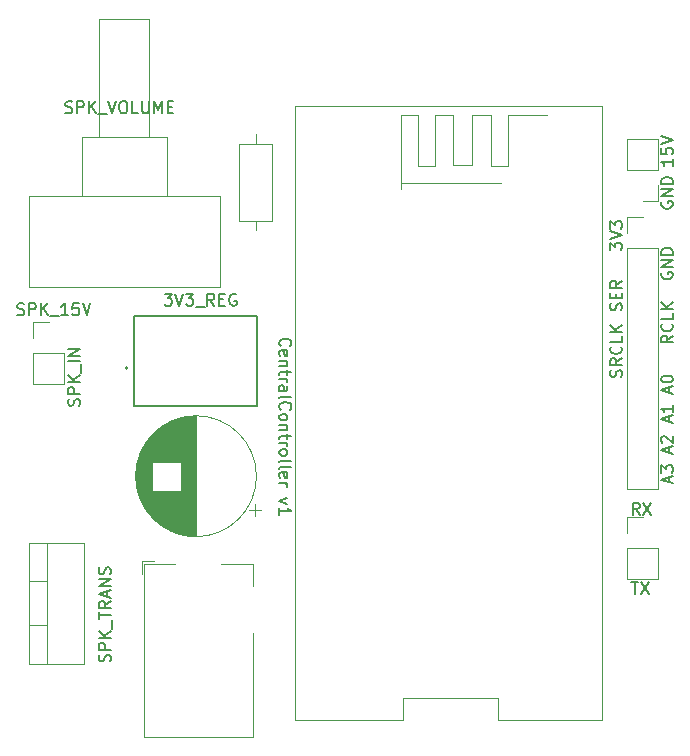
<source format=gbr>
%TF.GenerationSoftware,KiCad,Pcbnew,(5.1.6)-1*%
%TF.CreationDate,2020-11-01T08:40:04-08:00*%
%TF.ProjectId,CentralController,43656e74-7261-46c4-936f-6e74726f6c6c,rev?*%
%TF.SameCoordinates,Original*%
%TF.FileFunction,Legend,Top*%
%TF.FilePolarity,Positive*%
%FSLAX46Y46*%
G04 Gerber Fmt 4.6, Leading zero omitted, Abs format (unit mm)*
G04 Created by KiCad (PCBNEW (5.1.6)-1) date 2020-11-01 08:40:04*
%MOMM*%
%LPD*%
G01*
G04 APERTURE LIST*
%ADD10C,0.150000*%
%ADD11C,0.120000*%
%ADD12C,0.200000*%
G04 APERTURE END LIST*
D10*
X108042857Y-80666666D02*
X107995238Y-80619047D01*
X107947619Y-80476190D01*
X107947619Y-80380952D01*
X107995238Y-80238095D01*
X108090476Y-80142857D01*
X108185714Y-80095238D01*
X108376190Y-80047619D01*
X108519047Y-80047619D01*
X108709523Y-80095238D01*
X108804761Y-80142857D01*
X108900000Y-80238095D01*
X108947619Y-80380952D01*
X108947619Y-80476190D01*
X108900000Y-80619047D01*
X108852380Y-80666666D01*
X107995238Y-81476190D02*
X107947619Y-81380952D01*
X107947619Y-81190476D01*
X107995238Y-81095238D01*
X108090476Y-81047619D01*
X108471428Y-81047619D01*
X108566666Y-81095238D01*
X108614285Y-81190476D01*
X108614285Y-81380952D01*
X108566666Y-81476190D01*
X108471428Y-81523809D01*
X108376190Y-81523809D01*
X108280952Y-81047619D01*
X108614285Y-81952380D02*
X107947619Y-81952380D01*
X108519047Y-81952380D02*
X108566666Y-82000000D01*
X108614285Y-82095238D01*
X108614285Y-82238095D01*
X108566666Y-82333333D01*
X108471428Y-82380952D01*
X107947619Y-82380952D01*
X108614285Y-82714285D02*
X108614285Y-83095238D01*
X108947619Y-82857142D02*
X108090476Y-82857142D01*
X107995238Y-82904761D01*
X107947619Y-83000000D01*
X107947619Y-83095238D01*
X107947619Y-83428571D02*
X108614285Y-83428571D01*
X108423809Y-83428571D02*
X108519047Y-83476190D01*
X108566666Y-83523809D01*
X108614285Y-83619047D01*
X108614285Y-83714285D01*
X107947619Y-84476190D02*
X108471428Y-84476190D01*
X108566666Y-84428571D01*
X108614285Y-84333333D01*
X108614285Y-84142857D01*
X108566666Y-84047619D01*
X107995238Y-84476190D02*
X107947619Y-84380952D01*
X107947619Y-84142857D01*
X107995238Y-84047619D01*
X108090476Y-84000000D01*
X108185714Y-84000000D01*
X108280952Y-84047619D01*
X108328571Y-84142857D01*
X108328571Y-84380952D01*
X108376190Y-84476190D01*
X107947619Y-85095238D02*
X107995238Y-85000000D01*
X108090476Y-84952380D01*
X108947619Y-84952380D01*
X108042857Y-86047619D02*
X107995238Y-86000000D01*
X107947619Y-85857142D01*
X107947619Y-85761904D01*
X107995238Y-85619047D01*
X108090476Y-85523809D01*
X108185714Y-85476190D01*
X108376190Y-85428571D01*
X108519047Y-85428571D01*
X108709523Y-85476190D01*
X108804761Y-85523809D01*
X108900000Y-85619047D01*
X108947619Y-85761904D01*
X108947619Y-85857142D01*
X108900000Y-86000000D01*
X108852380Y-86047619D01*
X107947619Y-86619047D02*
X107995238Y-86523809D01*
X108042857Y-86476190D01*
X108138095Y-86428571D01*
X108423809Y-86428571D01*
X108519047Y-86476190D01*
X108566666Y-86523809D01*
X108614285Y-86619047D01*
X108614285Y-86761904D01*
X108566666Y-86857142D01*
X108519047Y-86904761D01*
X108423809Y-86952380D01*
X108138095Y-86952380D01*
X108042857Y-86904761D01*
X107995238Y-86857142D01*
X107947619Y-86761904D01*
X107947619Y-86619047D01*
X108614285Y-87380952D02*
X107947619Y-87380952D01*
X108519047Y-87380952D02*
X108566666Y-87428571D01*
X108614285Y-87523809D01*
X108614285Y-87666666D01*
X108566666Y-87761904D01*
X108471428Y-87809523D01*
X107947619Y-87809523D01*
X108614285Y-88142857D02*
X108614285Y-88523809D01*
X108947619Y-88285714D02*
X108090476Y-88285714D01*
X107995238Y-88333333D01*
X107947619Y-88428571D01*
X107947619Y-88523809D01*
X107947619Y-88857142D02*
X108614285Y-88857142D01*
X108423809Y-88857142D02*
X108519047Y-88904761D01*
X108566666Y-88952380D01*
X108614285Y-89047619D01*
X108614285Y-89142857D01*
X107947619Y-89619047D02*
X107995238Y-89523809D01*
X108042857Y-89476190D01*
X108138095Y-89428571D01*
X108423809Y-89428571D01*
X108519047Y-89476190D01*
X108566666Y-89523809D01*
X108614285Y-89619047D01*
X108614285Y-89761904D01*
X108566666Y-89857142D01*
X108519047Y-89904761D01*
X108423809Y-89952380D01*
X108138095Y-89952380D01*
X108042857Y-89904761D01*
X107995238Y-89857142D01*
X107947619Y-89761904D01*
X107947619Y-89619047D01*
X107947619Y-90523809D02*
X107995238Y-90428571D01*
X108090476Y-90380952D01*
X108947619Y-90380952D01*
X107947619Y-91047619D02*
X107995238Y-90952380D01*
X108090476Y-90904761D01*
X108947619Y-90904761D01*
X107995238Y-91809523D02*
X107947619Y-91714285D01*
X107947619Y-91523809D01*
X107995238Y-91428571D01*
X108090476Y-91380952D01*
X108471428Y-91380952D01*
X108566666Y-91428571D01*
X108614285Y-91523809D01*
X108614285Y-91714285D01*
X108566666Y-91809523D01*
X108471428Y-91857142D01*
X108376190Y-91857142D01*
X108280952Y-91380952D01*
X107947619Y-92285714D02*
X108614285Y-92285714D01*
X108423809Y-92285714D02*
X108519047Y-92333333D01*
X108566666Y-92380952D01*
X108614285Y-92476190D01*
X108614285Y-92571428D01*
X108614285Y-93571428D02*
X107947619Y-93809523D01*
X108614285Y-94047619D01*
X107947619Y-94952380D02*
X107947619Y-94380952D01*
X107947619Y-94666666D02*
X108947619Y-94666666D01*
X108804761Y-94571428D01*
X108709523Y-94476190D01*
X108661904Y-94380952D01*
X89828571Y-60904761D02*
X89971428Y-60952380D01*
X90209523Y-60952380D01*
X90304761Y-60904761D01*
X90352380Y-60857142D01*
X90400000Y-60761904D01*
X90400000Y-60666666D01*
X90352380Y-60571428D01*
X90304761Y-60523809D01*
X90209523Y-60476190D01*
X90019047Y-60428571D01*
X89923809Y-60380952D01*
X89876190Y-60333333D01*
X89828571Y-60238095D01*
X89828571Y-60142857D01*
X89876190Y-60047619D01*
X89923809Y-60000000D01*
X90019047Y-59952380D01*
X90257142Y-59952380D01*
X90400000Y-60000000D01*
X90828571Y-60952380D02*
X90828571Y-59952380D01*
X91209523Y-59952380D01*
X91304761Y-60000000D01*
X91352380Y-60047619D01*
X91400000Y-60142857D01*
X91400000Y-60285714D01*
X91352380Y-60380952D01*
X91304761Y-60428571D01*
X91209523Y-60476190D01*
X90828571Y-60476190D01*
X91828571Y-60952380D02*
X91828571Y-59952380D01*
X92400000Y-60952380D02*
X91971428Y-60380952D01*
X92400000Y-59952380D02*
X91828571Y-60523809D01*
X92590476Y-61047619D02*
X93352380Y-61047619D01*
X93447619Y-59952380D02*
X93780952Y-60952380D01*
X94114285Y-59952380D01*
X94638095Y-59952380D02*
X94828571Y-59952380D01*
X94923809Y-60000000D01*
X95019047Y-60095238D01*
X95066666Y-60285714D01*
X95066666Y-60619047D01*
X95019047Y-60809523D01*
X94923809Y-60904761D01*
X94828571Y-60952380D01*
X94638095Y-60952380D01*
X94542857Y-60904761D01*
X94447619Y-60809523D01*
X94400000Y-60619047D01*
X94400000Y-60285714D01*
X94447619Y-60095238D01*
X94542857Y-60000000D01*
X94638095Y-59952380D01*
X95971428Y-60952380D02*
X95495238Y-60952380D01*
X95495238Y-59952380D01*
X96304761Y-59952380D02*
X96304761Y-60761904D01*
X96352380Y-60857142D01*
X96400000Y-60904761D01*
X96495238Y-60952380D01*
X96685714Y-60952380D01*
X96780952Y-60904761D01*
X96828571Y-60857142D01*
X96876190Y-60761904D01*
X96876190Y-59952380D01*
X97352380Y-60952380D02*
X97352380Y-59952380D01*
X97685714Y-60666666D01*
X98019047Y-59952380D01*
X98019047Y-60952380D01*
X98495238Y-60428571D02*
X98828571Y-60428571D01*
X98971428Y-60952380D02*
X98495238Y-60952380D01*
X98495238Y-59952380D01*
X98971428Y-59952380D01*
X93604761Y-107376190D02*
X93652380Y-107233333D01*
X93652380Y-106995238D01*
X93604761Y-106900000D01*
X93557142Y-106852380D01*
X93461904Y-106804761D01*
X93366666Y-106804761D01*
X93271428Y-106852380D01*
X93223809Y-106900000D01*
X93176190Y-106995238D01*
X93128571Y-107185714D01*
X93080952Y-107280952D01*
X93033333Y-107328571D01*
X92938095Y-107376190D01*
X92842857Y-107376190D01*
X92747619Y-107328571D01*
X92700000Y-107280952D01*
X92652380Y-107185714D01*
X92652380Y-106947619D01*
X92700000Y-106804761D01*
X93652380Y-106376190D02*
X92652380Y-106376190D01*
X92652380Y-105995238D01*
X92700000Y-105900000D01*
X92747619Y-105852380D01*
X92842857Y-105804761D01*
X92985714Y-105804761D01*
X93080952Y-105852380D01*
X93128571Y-105900000D01*
X93176190Y-105995238D01*
X93176190Y-106376190D01*
X93652380Y-105376190D02*
X92652380Y-105376190D01*
X93652380Y-104804761D02*
X93080952Y-105233333D01*
X92652380Y-104804761D02*
X93223809Y-105376190D01*
X93747619Y-104614285D02*
X93747619Y-103852380D01*
X92652380Y-103757142D02*
X92652380Y-103185714D01*
X93652380Y-103471428D02*
X92652380Y-103471428D01*
X93652380Y-102280952D02*
X93176190Y-102614285D01*
X93652380Y-102852380D02*
X92652380Y-102852380D01*
X92652380Y-102471428D01*
X92700000Y-102376190D01*
X92747619Y-102328571D01*
X92842857Y-102280952D01*
X92985714Y-102280952D01*
X93080952Y-102328571D01*
X93128571Y-102376190D01*
X93176190Y-102471428D01*
X93176190Y-102852380D01*
X93366666Y-101900000D02*
X93366666Y-101423809D01*
X93652380Y-101995238D02*
X92652380Y-101661904D01*
X93652380Y-101328571D01*
X93652380Y-100995238D02*
X92652380Y-100995238D01*
X93652380Y-100423809D01*
X92652380Y-100423809D01*
X93604761Y-99995238D02*
X93652380Y-99852380D01*
X93652380Y-99614285D01*
X93604761Y-99519047D01*
X93557142Y-99471428D01*
X93461904Y-99423809D01*
X93366666Y-99423809D01*
X93271428Y-99471428D01*
X93223809Y-99519047D01*
X93176190Y-99614285D01*
X93128571Y-99804761D01*
X93080952Y-99900000D01*
X93033333Y-99947619D01*
X92938095Y-99995238D01*
X92842857Y-99995238D01*
X92747619Y-99947619D01*
X92700000Y-99900000D01*
X92652380Y-99804761D01*
X92652380Y-99566666D01*
X92700000Y-99423809D01*
X91004761Y-85728571D02*
X91052380Y-85585714D01*
X91052380Y-85347619D01*
X91004761Y-85252380D01*
X90957142Y-85204761D01*
X90861904Y-85157142D01*
X90766666Y-85157142D01*
X90671428Y-85204761D01*
X90623809Y-85252380D01*
X90576190Y-85347619D01*
X90528571Y-85538095D01*
X90480952Y-85633333D01*
X90433333Y-85680952D01*
X90338095Y-85728571D01*
X90242857Y-85728571D01*
X90147619Y-85680952D01*
X90100000Y-85633333D01*
X90052380Y-85538095D01*
X90052380Y-85300000D01*
X90100000Y-85157142D01*
X91052380Y-84728571D02*
X90052380Y-84728571D01*
X90052380Y-84347619D01*
X90100000Y-84252380D01*
X90147619Y-84204761D01*
X90242857Y-84157142D01*
X90385714Y-84157142D01*
X90480952Y-84204761D01*
X90528571Y-84252380D01*
X90576190Y-84347619D01*
X90576190Y-84728571D01*
X91052380Y-83728571D02*
X90052380Y-83728571D01*
X91052380Y-83157142D02*
X90480952Y-83585714D01*
X90052380Y-83157142D02*
X90623809Y-83728571D01*
X91147619Y-82966666D02*
X91147619Y-82204761D01*
X91052380Y-81966666D02*
X90052380Y-81966666D01*
X91052380Y-81490476D02*
X90052380Y-81490476D01*
X91052380Y-80919047D01*
X90052380Y-80919047D01*
X85752380Y-78004761D02*
X85895238Y-78052380D01*
X86133333Y-78052380D01*
X86228571Y-78004761D01*
X86276190Y-77957142D01*
X86323809Y-77861904D01*
X86323809Y-77766666D01*
X86276190Y-77671428D01*
X86228571Y-77623809D01*
X86133333Y-77576190D01*
X85942857Y-77528571D01*
X85847619Y-77480952D01*
X85800000Y-77433333D01*
X85752380Y-77338095D01*
X85752380Y-77242857D01*
X85800000Y-77147619D01*
X85847619Y-77100000D01*
X85942857Y-77052380D01*
X86180952Y-77052380D01*
X86323809Y-77100000D01*
X86752380Y-78052380D02*
X86752380Y-77052380D01*
X87133333Y-77052380D01*
X87228571Y-77100000D01*
X87276190Y-77147619D01*
X87323809Y-77242857D01*
X87323809Y-77385714D01*
X87276190Y-77480952D01*
X87228571Y-77528571D01*
X87133333Y-77576190D01*
X86752380Y-77576190D01*
X87752380Y-78052380D02*
X87752380Y-77052380D01*
X88323809Y-78052380D02*
X87895238Y-77480952D01*
X88323809Y-77052380D02*
X87752380Y-77623809D01*
X88514285Y-78147619D02*
X89276190Y-78147619D01*
X90038095Y-78052380D02*
X89466666Y-78052380D01*
X89752380Y-78052380D02*
X89752380Y-77052380D01*
X89657142Y-77195238D01*
X89561904Y-77290476D01*
X89466666Y-77338095D01*
X90942857Y-77052380D02*
X90466666Y-77052380D01*
X90419047Y-77528571D01*
X90466666Y-77480952D01*
X90561904Y-77433333D01*
X90800000Y-77433333D01*
X90895238Y-77480952D01*
X90942857Y-77528571D01*
X90990476Y-77623809D01*
X90990476Y-77861904D01*
X90942857Y-77957142D01*
X90895238Y-78004761D01*
X90800000Y-78052380D01*
X90561904Y-78052380D01*
X90466666Y-78004761D01*
X90419047Y-77957142D01*
X91276190Y-77052380D02*
X91609523Y-78052380D01*
X91942857Y-77052380D01*
X98228571Y-76252380D02*
X98847619Y-76252380D01*
X98514285Y-76633333D01*
X98657142Y-76633333D01*
X98752380Y-76680952D01*
X98800000Y-76728571D01*
X98847619Y-76823809D01*
X98847619Y-77061904D01*
X98800000Y-77157142D01*
X98752380Y-77204761D01*
X98657142Y-77252380D01*
X98371428Y-77252380D01*
X98276190Y-77204761D01*
X98228571Y-77157142D01*
X99133333Y-76252380D02*
X99466666Y-77252380D01*
X99800000Y-76252380D01*
X100038095Y-76252380D02*
X100657142Y-76252380D01*
X100323809Y-76633333D01*
X100466666Y-76633333D01*
X100561904Y-76680952D01*
X100609523Y-76728571D01*
X100657142Y-76823809D01*
X100657142Y-77061904D01*
X100609523Y-77157142D01*
X100561904Y-77204761D01*
X100466666Y-77252380D01*
X100180952Y-77252380D01*
X100085714Y-77204761D01*
X100038095Y-77157142D01*
X100847619Y-77347619D02*
X101609523Y-77347619D01*
X102419047Y-77252380D02*
X102085714Y-76776190D01*
X101847619Y-77252380D02*
X101847619Y-76252380D01*
X102228571Y-76252380D01*
X102323809Y-76300000D01*
X102371428Y-76347619D01*
X102419047Y-76442857D01*
X102419047Y-76585714D01*
X102371428Y-76680952D01*
X102323809Y-76728571D01*
X102228571Y-76776190D01*
X101847619Y-76776190D01*
X102847619Y-76728571D02*
X103180952Y-76728571D01*
X103323809Y-77252380D02*
X102847619Y-77252380D01*
X102847619Y-76252380D01*
X103323809Y-76252380D01*
X104276190Y-76300000D02*
X104180952Y-76252380D01*
X104038095Y-76252380D01*
X103895238Y-76300000D01*
X103800000Y-76395238D01*
X103752380Y-76490476D01*
X103704761Y-76680952D01*
X103704761Y-76823809D01*
X103752380Y-77014285D01*
X103800000Y-77109523D01*
X103895238Y-77204761D01*
X104038095Y-77252380D01*
X104133333Y-77252380D01*
X104276190Y-77204761D01*
X104323809Y-77157142D01*
X104323809Y-76823809D01*
X104133333Y-76823809D01*
X140300000Y-68461904D02*
X140252380Y-68557142D01*
X140252380Y-68700000D01*
X140300000Y-68842857D01*
X140395238Y-68938095D01*
X140490476Y-68985714D01*
X140680952Y-69033333D01*
X140823809Y-69033333D01*
X141014285Y-68985714D01*
X141109523Y-68938095D01*
X141204761Y-68842857D01*
X141252380Y-68700000D01*
X141252380Y-68604761D01*
X141204761Y-68461904D01*
X141157142Y-68414285D01*
X140823809Y-68414285D01*
X140823809Y-68604761D01*
X141252380Y-67985714D02*
X140252380Y-67985714D01*
X141252380Y-67414285D01*
X140252380Y-67414285D01*
X141252380Y-66938095D02*
X140252380Y-66938095D01*
X140252380Y-66700000D01*
X140300000Y-66557142D01*
X140395238Y-66461904D01*
X140490476Y-66414285D01*
X140680952Y-66366666D01*
X140823809Y-66366666D01*
X141014285Y-66414285D01*
X141109523Y-66461904D01*
X141204761Y-66557142D01*
X141252380Y-66700000D01*
X141252380Y-66938095D01*
X141252380Y-64819047D02*
X141252380Y-65390476D01*
X141252380Y-65104761D02*
X140252380Y-65104761D01*
X140395238Y-65200000D01*
X140490476Y-65295238D01*
X140538095Y-65390476D01*
X140252380Y-63914285D02*
X140252380Y-64390476D01*
X140728571Y-64438095D01*
X140680952Y-64390476D01*
X140633333Y-64295238D01*
X140633333Y-64057142D01*
X140680952Y-63961904D01*
X140728571Y-63914285D01*
X140823809Y-63866666D01*
X141061904Y-63866666D01*
X141157142Y-63914285D01*
X141204761Y-63961904D01*
X141252380Y-64057142D01*
X141252380Y-64295238D01*
X141204761Y-64390476D01*
X141157142Y-64438095D01*
X140252380Y-63580952D02*
X141252380Y-63247619D01*
X140252380Y-62914285D01*
X135952380Y-72538095D02*
X135952380Y-71919047D01*
X136333333Y-72252380D01*
X136333333Y-72109523D01*
X136380952Y-72014285D01*
X136428571Y-71966666D01*
X136523809Y-71919047D01*
X136761904Y-71919047D01*
X136857142Y-71966666D01*
X136904761Y-72014285D01*
X136952380Y-72109523D01*
X136952380Y-72395238D01*
X136904761Y-72490476D01*
X136857142Y-72538095D01*
X135952380Y-71633333D02*
X136952380Y-71300000D01*
X135952380Y-70966666D01*
X135952380Y-70728571D02*
X135952380Y-70109523D01*
X136333333Y-70442857D01*
X136333333Y-70300000D01*
X136380952Y-70204761D01*
X136428571Y-70157142D01*
X136523809Y-70109523D01*
X136761904Y-70109523D01*
X136857142Y-70157142D01*
X136904761Y-70204761D01*
X136952380Y-70300000D01*
X136952380Y-70585714D01*
X136904761Y-70680952D01*
X136857142Y-70728571D01*
X140300000Y-74461904D02*
X140252380Y-74557142D01*
X140252380Y-74700000D01*
X140300000Y-74842857D01*
X140395238Y-74938095D01*
X140490476Y-74985714D01*
X140680952Y-75033333D01*
X140823809Y-75033333D01*
X141014285Y-74985714D01*
X141109523Y-74938095D01*
X141204761Y-74842857D01*
X141252380Y-74700000D01*
X141252380Y-74604761D01*
X141204761Y-74461904D01*
X141157142Y-74414285D01*
X140823809Y-74414285D01*
X140823809Y-74604761D01*
X141252380Y-73985714D02*
X140252380Y-73985714D01*
X141252380Y-73414285D01*
X140252380Y-73414285D01*
X141252380Y-72938095D02*
X140252380Y-72938095D01*
X140252380Y-72700000D01*
X140300000Y-72557142D01*
X140395238Y-72461904D01*
X140490476Y-72414285D01*
X140680952Y-72366666D01*
X140823809Y-72366666D01*
X141014285Y-72414285D01*
X141109523Y-72461904D01*
X141204761Y-72557142D01*
X141252380Y-72700000D01*
X141252380Y-72938095D01*
X136904761Y-77638095D02*
X136952380Y-77495238D01*
X136952380Y-77257142D01*
X136904761Y-77161904D01*
X136857142Y-77114285D01*
X136761904Y-77066666D01*
X136666666Y-77066666D01*
X136571428Y-77114285D01*
X136523809Y-77161904D01*
X136476190Y-77257142D01*
X136428571Y-77447619D01*
X136380952Y-77542857D01*
X136333333Y-77590476D01*
X136238095Y-77638095D01*
X136142857Y-77638095D01*
X136047619Y-77590476D01*
X136000000Y-77542857D01*
X135952380Y-77447619D01*
X135952380Y-77209523D01*
X136000000Y-77066666D01*
X136428571Y-76638095D02*
X136428571Y-76304761D01*
X136952380Y-76161904D02*
X136952380Y-76638095D01*
X135952380Y-76638095D01*
X135952380Y-76161904D01*
X136952380Y-75161904D02*
X136476190Y-75495238D01*
X136952380Y-75733333D02*
X135952380Y-75733333D01*
X135952380Y-75352380D01*
X136000000Y-75257142D01*
X136047619Y-75209523D01*
X136142857Y-75161904D01*
X136285714Y-75161904D01*
X136380952Y-75209523D01*
X136428571Y-75257142D01*
X136476190Y-75352380D01*
X136476190Y-75733333D01*
X141252380Y-79795238D02*
X140776190Y-80128571D01*
X141252380Y-80366666D02*
X140252380Y-80366666D01*
X140252380Y-79985714D01*
X140300000Y-79890476D01*
X140347619Y-79842857D01*
X140442857Y-79795238D01*
X140585714Y-79795238D01*
X140680952Y-79842857D01*
X140728571Y-79890476D01*
X140776190Y-79985714D01*
X140776190Y-80366666D01*
X141157142Y-78795238D02*
X141204761Y-78842857D01*
X141252380Y-78985714D01*
X141252380Y-79080952D01*
X141204761Y-79223809D01*
X141109523Y-79319047D01*
X141014285Y-79366666D01*
X140823809Y-79414285D01*
X140680952Y-79414285D01*
X140490476Y-79366666D01*
X140395238Y-79319047D01*
X140300000Y-79223809D01*
X140252380Y-79080952D01*
X140252380Y-78985714D01*
X140300000Y-78842857D01*
X140347619Y-78795238D01*
X141252380Y-77890476D02*
X141252380Y-78366666D01*
X140252380Y-78366666D01*
X141252380Y-77557142D02*
X140252380Y-77557142D01*
X141252380Y-76985714D02*
X140680952Y-77414285D01*
X140252380Y-76985714D02*
X140823809Y-77557142D01*
X136904761Y-83290476D02*
X136952380Y-83147619D01*
X136952380Y-82909523D01*
X136904761Y-82814285D01*
X136857142Y-82766666D01*
X136761904Y-82719047D01*
X136666666Y-82719047D01*
X136571428Y-82766666D01*
X136523809Y-82814285D01*
X136476190Y-82909523D01*
X136428571Y-83100000D01*
X136380952Y-83195238D01*
X136333333Y-83242857D01*
X136238095Y-83290476D01*
X136142857Y-83290476D01*
X136047619Y-83242857D01*
X136000000Y-83195238D01*
X135952380Y-83100000D01*
X135952380Y-82861904D01*
X136000000Y-82719047D01*
X136952380Y-81719047D02*
X136476190Y-82052380D01*
X136952380Y-82290476D02*
X135952380Y-82290476D01*
X135952380Y-81909523D01*
X136000000Y-81814285D01*
X136047619Y-81766666D01*
X136142857Y-81719047D01*
X136285714Y-81719047D01*
X136380952Y-81766666D01*
X136428571Y-81814285D01*
X136476190Y-81909523D01*
X136476190Y-82290476D01*
X136857142Y-80719047D02*
X136904761Y-80766666D01*
X136952380Y-80909523D01*
X136952380Y-81004761D01*
X136904761Y-81147619D01*
X136809523Y-81242857D01*
X136714285Y-81290476D01*
X136523809Y-81338095D01*
X136380952Y-81338095D01*
X136190476Y-81290476D01*
X136095238Y-81242857D01*
X136000000Y-81147619D01*
X135952380Y-81004761D01*
X135952380Y-80909523D01*
X136000000Y-80766666D01*
X136047619Y-80719047D01*
X136952380Y-79814285D02*
X136952380Y-80290476D01*
X135952380Y-80290476D01*
X136952380Y-79480952D02*
X135952380Y-79480952D01*
X136952380Y-78909523D02*
X136380952Y-79338095D01*
X135952380Y-78909523D02*
X136523809Y-79480952D01*
X140966666Y-92214285D02*
X140966666Y-91738095D01*
X141252380Y-92309523D02*
X140252380Y-91976190D01*
X141252380Y-91642857D01*
X140252380Y-91404761D02*
X140252380Y-90785714D01*
X140633333Y-91119047D01*
X140633333Y-90976190D01*
X140680952Y-90880952D01*
X140728571Y-90833333D01*
X140823809Y-90785714D01*
X141061904Y-90785714D01*
X141157142Y-90833333D01*
X141204761Y-90880952D01*
X141252380Y-90976190D01*
X141252380Y-91261904D01*
X141204761Y-91357142D01*
X141157142Y-91404761D01*
X140966666Y-89714285D02*
X140966666Y-89238095D01*
X141252380Y-89809523D02*
X140252380Y-89476190D01*
X141252380Y-89142857D01*
X140347619Y-88857142D02*
X140300000Y-88809523D01*
X140252380Y-88714285D01*
X140252380Y-88476190D01*
X140300000Y-88380952D01*
X140347619Y-88333333D01*
X140442857Y-88285714D01*
X140538095Y-88285714D01*
X140680952Y-88333333D01*
X141252380Y-88904761D01*
X141252380Y-88285714D01*
X140966666Y-87114285D02*
X140966666Y-86638095D01*
X141252380Y-87209523D02*
X140252380Y-86876190D01*
X141252380Y-86542857D01*
X141252380Y-85685714D02*
X141252380Y-86257142D01*
X141252380Y-85971428D02*
X140252380Y-85971428D01*
X140395238Y-86066666D01*
X140490476Y-86161904D01*
X140538095Y-86257142D01*
X140966666Y-84614285D02*
X140966666Y-84138095D01*
X141252380Y-84709523D02*
X140252380Y-84376190D01*
X141252380Y-84042857D01*
X140252380Y-83519047D02*
X140252380Y-83423809D01*
X140300000Y-83328571D01*
X140347619Y-83280952D01*
X140442857Y-83233333D01*
X140633333Y-83185714D01*
X140871428Y-83185714D01*
X141061904Y-83233333D01*
X141157142Y-83280952D01*
X141204761Y-83328571D01*
X141252380Y-83423809D01*
X141252380Y-83519047D01*
X141204761Y-83614285D01*
X141157142Y-83661904D01*
X141061904Y-83709523D01*
X140871428Y-83757142D01*
X140633333Y-83757142D01*
X140442857Y-83709523D01*
X140347619Y-83661904D01*
X140300000Y-83614285D01*
X140252380Y-83519047D01*
X138433333Y-94952380D02*
X138100000Y-94476190D01*
X137861904Y-94952380D02*
X137861904Y-93952380D01*
X138242857Y-93952380D01*
X138338095Y-94000000D01*
X138385714Y-94047619D01*
X138433333Y-94142857D01*
X138433333Y-94285714D01*
X138385714Y-94380952D01*
X138338095Y-94428571D01*
X138242857Y-94476190D01*
X137861904Y-94476190D01*
X138766666Y-93952380D02*
X139433333Y-94952380D01*
X139433333Y-93952380D02*
X138766666Y-94952380D01*
X137738095Y-100652380D02*
X138309523Y-100652380D01*
X138023809Y-101652380D02*
X138023809Y-100652380D01*
X138547619Y-100652380D02*
X139214285Y-101652380D01*
X139214285Y-100652380D02*
X138547619Y-101652380D01*
D11*
%TO.C,C1*%
X105857646Y-95069000D02*
X105857646Y-94069000D01*
X106357646Y-94569000D02*
X105357646Y-94569000D01*
X95797000Y-92293000D02*
X95797000Y-91095000D01*
X95837000Y-92556000D02*
X95837000Y-90832000D01*
X95877000Y-92756000D02*
X95877000Y-90632000D01*
X95917000Y-92924000D02*
X95917000Y-90464000D01*
X95957000Y-93072000D02*
X95957000Y-90316000D01*
X95997000Y-93204000D02*
X95997000Y-90184000D01*
X96037000Y-93324000D02*
X96037000Y-90064000D01*
X96077000Y-93436000D02*
X96077000Y-89952000D01*
X96117000Y-93540000D02*
X96117000Y-89848000D01*
X96157000Y-93638000D02*
X96157000Y-89750000D01*
X96197000Y-93731000D02*
X96197000Y-89657000D01*
X96237000Y-93819000D02*
X96237000Y-89569000D01*
X96277000Y-93903000D02*
X96277000Y-89485000D01*
X96317000Y-93983000D02*
X96317000Y-89405000D01*
X96357000Y-94059000D02*
X96357000Y-89329000D01*
X96397000Y-94133000D02*
X96397000Y-89255000D01*
X96437000Y-94204000D02*
X96437000Y-89184000D01*
X96477000Y-94273000D02*
X96477000Y-89115000D01*
X96517000Y-94339000D02*
X96517000Y-89049000D01*
X96557000Y-94403000D02*
X96557000Y-88985000D01*
X96597000Y-94464000D02*
X96597000Y-88924000D01*
X96637000Y-94524000D02*
X96637000Y-88864000D01*
X96677000Y-94583000D02*
X96677000Y-88805000D01*
X96717000Y-94639000D02*
X96717000Y-88749000D01*
X96757000Y-94694000D02*
X96757000Y-88694000D01*
X96797000Y-94748000D02*
X96797000Y-88640000D01*
X96837000Y-94800000D02*
X96837000Y-88588000D01*
X96877000Y-94850000D02*
X96877000Y-88538000D01*
X96917000Y-94900000D02*
X96917000Y-88488000D01*
X96957000Y-94948000D02*
X96957000Y-88440000D01*
X96997000Y-94995000D02*
X96997000Y-88393000D01*
X97037000Y-95041000D02*
X97037000Y-88347000D01*
X97077000Y-95086000D02*
X97077000Y-88302000D01*
X97117000Y-95130000D02*
X97117000Y-88258000D01*
X97157000Y-90453000D02*
X97157000Y-88216000D01*
X97157000Y-95172000D02*
X97157000Y-92935000D01*
X97197000Y-90453000D02*
X97197000Y-88174000D01*
X97197000Y-95214000D02*
X97197000Y-92935000D01*
X97237000Y-90453000D02*
X97237000Y-88133000D01*
X97237000Y-95255000D02*
X97237000Y-92935000D01*
X97277000Y-90453000D02*
X97277000Y-88093000D01*
X97277000Y-95295000D02*
X97277000Y-92935000D01*
X97317000Y-90453000D02*
X97317000Y-88054000D01*
X97317000Y-95334000D02*
X97317000Y-92935000D01*
X97357000Y-90453000D02*
X97357000Y-88015000D01*
X97357000Y-95373000D02*
X97357000Y-92935000D01*
X97397000Y-90453000D02*
X97397000Y-87978000D01*
X97397000Y-95410000D02*
X97397000Y-92935000D01*
X97437000Y-90453000D02*
X97437000Y-87941000D01*
X97437000Y-95447000D02*
X97437000Y-92935000D01*
X97477000Y-90453000D02*
X97477000Y-87905000D01*
X97477000Y-95483000D02*
X97477000Y-92935000D01*
X97517000Y-90453000D02*
X97517000Y-87870000D01*
X97517000Y-95518000D02*
X97517000Y-92935000D01*
X97557000Y-90453000D02*
X97557000Y-87836000D01*
X97557000Y-95552000D02*
X97557000Y-92935000D01*
X97597000Y-90453000D02*
X97597000Y-87802000D01*
X97597000Y-95586000D02*
X97597000Y-92935000D01*
X97637000Y-90453000D02*
X97637000Y-87769000D01*
X97637000Y-95619000D02*
X97637000Y-92935000D01*
X97677000Y-90453000D02*
X97677000Y-87737000D01*
X97677000Y-95651000D02*
X97677000Y-92935000D01*
X97717000Y-90453000D02*
X97717000Y-87705000D01*
X97717000Y-95683000D02*
X97717000Y-92935000D01*
X97757000Y-90453000D02*
X97757000Y-87674000D01*
X97757000Y-95714000D02*
X97757000Y-92935000D01*
X97797000Y-90453000D02*
X97797000Y-87644000D01*
X97797000Y-95744000D02*
X97797000Y-92935000D01*
X97837000Y-90453000D02*
X97837000Y-87614000D01*
X97837000Y-95774000D02*
X97837000Y-92935000D01*
X97877000Y-90453000D02*
X97877000Y-87584000D01*
X97877000Y-95804000D02*
X97877000Y-92935000D01*
X97917000Y-90453000D02*
X97917000Y-87556000D01*
X97917000Y-95832000D02*
X97917000Y-92935000D01*
X97957000Y-90453000D02*
X97957000Y-87528000D01*
X97957000Y-95860000D02*
X97957000Y-92935000D01*
X97997000Y-90453000D02*
X97997000Y-87500000D01*
X97997000Y-95888000D02*
X97997000Y-92935000D01*
X98037000Y-90453000D02*
X98037000Y-87473000D01*
X98037000Y-95915000D02*
X98037000Y-92935000D01*
X98077000Y-90453000D02*
X98077000Y-87447000D01*
X98077000Y-95941000D02*
X98077000Y-92935000D01*
X98117000Y-90453000D02*
X98117000Y-87421000D01*
X98117000Y-95967000D02*
X98117000Y-92935000D01*
X98157000Y-90453000D02*
X98157000Y-87396000D01*
X98157000Y-95992000D02*
X98157000Y-92935000D01*
X98197000Y-90453000D02*
X98197000Y-87371000D01*
X98197000Y-96017000D02*
X98197000Y-92935000D01*
X98237000Y-90453000D02*
X98237000Y-87347000D01*
X98237000Y-96041000D02*
X98237000Y-92935000D01*
X98277000Y-90453000D02*
X98277000Y-87323000D01*
X98277000Y-96065000D02*
X98277000Y-92935000D01*
X98317000Y-90453000D02*
X98317000Y-87299000D01*
X98317000Y-96089000D02*
X98317000Y-92935000D01*
X98357000Y-90453000D02*
X98357000Y-87277000D01*
X98357000Y-96111000D02*
X98357000Y-92935000D01*
X98397000Y-90453000D02*
X98397000Y-87254000D01*
X98397000Y-96134000D02*
X98397000Y-92935000D01*
X98437000Y-90453000D02*
X98437000Y-87232000D01*
X98437000Y-96156000D02*
X98437000Y-92935000D01*
X98477000Y-90453000D02*
X98477000Y-87211000D01*
X98477000Y-96177000D02*
X98477000Y-92935000D01*
X98517000Y-90453000D02*
X98517000Y-87190000D01*
X98517000Y-96198000D02*
X98517000Y-92935000D01*
X98557000Y-90453000D02*
X98557000Y-87169000D01*
X98557000Y-96219000D02*
X98557000Y-92935000D01*
X98597000Y-90453000D02*
X98597000Y-87149000D01*
X98597000Y-96239000D02*
X98597000Y-92935000D01*
X98637000Y-90453000D02*
X98637000Y-87130000D01*
X98637000Y-96258000D02*
X98637000Y-92935000D01*
X98677000Y-90453000D02*
X98677000Y-87110000D01*
X98677000Y-96278000D02*
X98677000Y-92935000D01*
X98717000Y-90453000D02*
X98717000Y-87091000D01*
X98717000Y-96297000D02*
X98717000Y-92935000D01*
X98757000Y-90453000D02*
X98757000Y-87073000D01*
X98757000Y-96315000D02*
X98757000Y-92935000D01*
X98797000Y-90453000D02*
X98797000Y-87055000D01*
X98797000Y-96333000D02*
X98797000Y-92935000D01*
X98837000Y-90453000D02*
X98837000Y-87037000D01*
X98837000Y-96351000D02*
X98837000Y-92935000D01*
X98877000Y-90453000D02*
X98877000Y-87020000D01*
X98877000Y-96368000D02*
X98877000Y-92935000D01*
X98917000Y-90453000D02*
X98917000Y-87004000D01*
X98917000Y-96384000D02*
X98917000Y-92935000D01*
X98957000Y-90453000D02*
X98957000Y-86987000D01*
X98957000Y-96401000D02*
X98957000Y-92935000D01*
X98997000Y-90453000D02*
X98997000Y-86971000D01*
X98997000Y-96417000D02*
X98997000Y-92935000D01*
X99037000Y-90453000D02*
X99037000Y-86956000D01*
X99037000Y-96432000D02*
X99037000Y-92935000D01*
X99077000Y-90453000D02*
X99077000Y-86940000D01*
X99077000Y-96448000D02*
X99077000Y-92935000D01*
X99117000Y-90453000D02*
X99117000Y-86926000D01*
X99117000Y-96462000D02*
X99117000Y-92935000D01*
X99157000Y-90453000D02*
X99157000Y-86911000D01*
X99157000Y-96477000D02*
X99157000Y-92935000D01*
X99197000Y-90453000D02*
X99197000Y-86897000D01*
X99197000Y-96491000D02*
X99197000Y-92935000D01*
X99237000Y-90453000D02*
X99237000Y-86883000D01*
X99237000Y-96505000D02*
X99237000Y-92935000D01*
X99277000Y-90453000D02*
X99277000Y-86870000D01*
X99277000Y-96518000D02*
X99277000Y-92935000D01*
X99317000Y-90453000D02*
X99317000Y-86857000D01*
X99317000Y-96531000D02*
X99317000Y-92935000D01*
X99357000Y-90453000D02*
X99357000Y-86844000D01*
X99357000Y-96544000D02*
X99357000Y-92935000D01*
X99397000Y-90453000D02*
X99397000Y-86832000D01*
X99397000Y-96556000D02*
X99397000Y-92935000D01*
X99437000Y-90453000D02*
X99437000Y-86820000D01*
X99437000Y-96568000D02*
X99437000Y-92935000D01*
X99477000Y-90453000D02*
X99477000Y-86809000D01*
X99477000Y-96579000D02*
X99477000Y-92935000D01*
X99517000Y-90453000D02*
X99517000Y-86797000D01*
X99517000Y-96591000D02*
X99517000Y-92935000D01*
X99557000Y-90453000D02*
X99557000Y-86787000D01*
X99557000Y-96601000D02*
X99557000Y-92935000D01*
X99597000Y-90453000D02*
X99597000Y-86776000D01*
X99597000Y-96612000D02*
X99597000Y-92935000D01*
X99637000Y-96622000D02*
X99637000Y-86766000D01*
X99677000Y-96632000D02*
X99677000Y-86756000D01*
X99717000Y-96641000D02*
X99717000Y-86747000D01*
X99757000Y-96650000D02*
X99757000Y-86738000D01*
X99797000Y-96659000D02*
X99797000Y-86729000D01*
X99837000Y-96668000D02*
X99837000Y-86720000D01*
X99877000Y-96676000D02*
X99877000Y-86712000D01*
X99917000Y-96684000D02*
X99917000Y-86704000D01*
X99957000Y-96691000D02*
X99957000Y-86697000D01*
X99997000Y-96698000D02*
X99997000Y-86690000D01*
X100037000Y-96705000D02*
X100037000Y-86683000D01*
X100077000Y-96712000D02*
X100077000Y-86676000D01*
X100117000Y-96718000D02*
X100117000Y-86670000D01*
X100157000Y-96724000D02*
X100157000Y-86664000D01*
X100198000Y-96729000D02*
X100198000Y-86659000D01*
X100238000Y-96734000D02*
X100238000Y-86654000D01*
X100278000Y-96739000D02*
X100278000Y-86649000D01*
X100318000Y-96744000D02*
X100318000Y-86644000D01*
X100358000Y-96748000D02*
X100358000Y-86640000D01*
X100398000Y-96752000D02*
X100398000Y-86636000D01*
X100438000Y-96756000D02*
X100438000Y-86632000D01*
X100478000Y-96759000D02*
X100478000Y-86629000D01*
X100518000Y-96762000D02*
X100518000Y-86626000D01*
X100558000Y-96764000D02*
X100558000Y-86624000D01*
X100598000Y-96767000D02*
X100598000Y-86621000D01*
X100638000Y-96769000D02*
X100638000Y-86619000D01*
X100678000Y-96771000D02*
X100678000Y-86617000D01*
X100718000Y-96772000D02*
X100718000Y-86616000D01*
X100758000Y-96773000D02*
X100758000Y-86615000D01*
X100798000Y-96774000D02*
X100798000Y-86614000D01*
X100838000Y-96774000D02*
X100838000Y-86614000D01*
X100878000Y-96774000D02*
X100878000Y-86614000D01*
X105998000Y-91694000D02*
G75*
G03*
X105998000Y-91694000I-5120000J0D01*
G01*
%TO.C,J1*%
X96492000Y-99100000D02*
X99092000Y-99100000D01*
X96492000Y-113800000D02*
X96492000Y-99100000D01*
X105692000Y-99100000D02*
X105692000Y-101000000D01*
X102992000Y-99100000D02*
X105692000Y-99100000D01*
X105692000Y-113800000D02*
X96492000Y-113800000D01*
X105692000Y-105000000D02*
X105692000Y-113800000D01*
X96292000Y-99950000D02*
X96292000Y-98900000D01*
X97342000Y-98900000D02*
X96292000Y-98900000D01*
%TO.C,J2*%
X137354000Y-95190000D02*
X138684000Y-95190000D01*
X137354000Y-96520000D02*
X137354000Y-95190000D01*
X137354000Y-97790000D02*
X140014000Y-97790000D01*
X140014000Y-97790000D02*
X140014000Y-100390000D01*
X137354000Y-97790000D02*
X137354000Y-100390000D01*
X137354000Y-100390000D02*
X140014000Y-100390000D01*
%TO.C,J3*%
X87062000Y-78680000D02*
X88392000Y-78680000D01*
X87062000Y-80010000D02*
X87062000Y-78680000D01*
X87062000Y-81280000D02*
X89722000Y-81280000D01*
X89722000Y-81280000D02*
X89722000Y-83880000D01*
X87062000Y-81280000D02*
X87062000Y-83880000D01*
X87062000Y-83880000D02*
X89722000Y-83880000D01*
%TO.C,J4*%
X137354000Y-69790000D02*
X138684000Y-69790000D01*
X137354000Y-71120000D02*
X137354000Y-69790000D01*
X137354000Y-72390000D02*
X140014000Y-72390000D01*
X140014000Y-72390000D02*
X140014000Y-92770000D01*
X137354000Y-72390000D02*
X137354000Y-92770000D01*
X137354000Y-92770000D02*
X140014000Y-92770000D01*
%TO.C,J5*%
X140014000Y-63186000D02*
X137354000Y-63186000D01*
X140014000Y-65786000D02*
X140014000Y-63186000D01*
X137354000Y-65786000D02*
X137354000Y-63186000D01*
X140014000Y-65786000D02*
X137354000Y-65786000D01*
X140014000Y-67056000D02*
X140014000Y-68386000D01*
X140014000Y-68386000D02*
X138684000Y-68386000D01*
D12*
%TO.C,PS1*%
X95098000Y-82547000D02*
G75*
G03*
X95098000Y-82547000I-89000J0D01*
G01*
X106038000Y-78150000D02*
X95638000Y-78150000D01*
X106038000Y-85750000D02*
X106038000Y-78150000D01*
X95638000Y-85750000D02*
X106038000Y-85750000D01*
X95638000Y-78150000D02*
X95638000Y-85750000D01*
D11*
%TO.C,Q1*%
X86730000Y-100609000D02*
X88240000Y-100609000D01*
X86730000Y-104310000D02*
X88240000Y-104310000D01*
X88240000Y-107580000D02*
X88240000Y-97340000D01*
X86730000Y-97340000D02*
X91371000Y-97340000D01*
X86730000Y-107580000D02*
X91371000Y-107580000D01*
X91371000Y-107580000D02*
X91371000Y-97340000D01*
X86730000Y-107580000D02*
X86730000Y-97340000D01*
%TO.C,R1*%
X105918000Y-62762000D02*
X105918000Y-63532000D01*
X105918000Y-70842000D02*
X105918000Y-70072000D01*
X104548000Y-63532000D02*
X104548000Y-70072000D01*
X107288000Y-63532000D02*
X104548000Y-63532000D01*
X107288000Y-70072000D02*
X107288000Y-63532000D01*
X104548000Y-70072000D02*
X107288000Y-70072000D01*
%TO.C,RV1*%
X92702000Y-52976000D02*
X96942000Y-52976000D01*
X92702000Y-62976000D02*
X96942000Y-62976000D01*
X96942000Y-62976000D02*
X96942000Y-52976000D01*
X92702000Y-62976000D02*
X92702000Y-52976000D01*
X91202000Y-62976000D02*
X98442000Y-62976000D01*
X91202000Y-67976000D02*
X98442000Y-67976000D01*
X98442000Y-67976000D02*
X98442000Y-62976000D01*
X91202000Y-67976000D02*
X91202000Y-62976000D01*
X86702000Y-67976000D02*
X102942000Y-67976000D01*
X86702000Y-75716000D02*
X102942000Y-75716000D01*
X102942000Y-75716000D02*
X102942000Y-67976000D01*
X86702000Y-75716000D02*
X86702000Y-67976000D01*
%TO.C,U1*%
X126428000Y-112344000D02*
X135227999Y-112344000D01*
X126428000Y-110514000D02*
X126428000Y-112344000D01*
X109228000Y-112344000D02*
X118428000Y-112344000D01*
X109228001Y-60344000D02*
X109228000Y-112344000D01*
X135228000Y-60344000D02*
X109228001Y-60344000D01*
X135227999Y-112344000D02*
X135228000Y-60344000D01*
X118428000Y-110514000D02*
X126428000Y-110514000D01*
X118428000Y-112344000D02*
X118428000Y-110514000D01*
X129428000Y-61094000D02*
X127278000Y-61094000D01*
X127278000Y-61094000D02*
X127278000Y-65394000D01*
X127278000Y-65394000D02*
X125878000Y-65394000D01*
X125878000Y-65394000D02*
X125878000Y-61094000D01*
X125878000Y-61094000D02*
X124278000Y-61094000D01*
X124278000Y-61094000D02*
X124278000Y-65344000D01*
X124278000Y-65344000D02*
X122678000Y-65344000D01*
X122678000Y-65344000D02*
X122678000Y-61094000D01*
X122678000Y-61094000D02*
X121128000Y-61094000D01*
X121128000Y-61094000D02*
X121128000Y-65394000D01*
X121128000Y-65394000D02*
X119678000Y-65394000D01*
X119678000Y-65394000D02*
X119678000Y-61144000D01*
X119678000Y-61144000D02*
X118228000Y-61144000D01*
X118228000Y-61144000D02*
X118228000Y-67394000D01*
X118228000Y-67394000D02*
X118228000Y-66894000D01*
X118228000Y-66894000D02*
X126728000Y-66894000D01*
X129428000Y-61094000D02*
X130628000Y-61094000D01*
%TD*%
M02*

</source>
